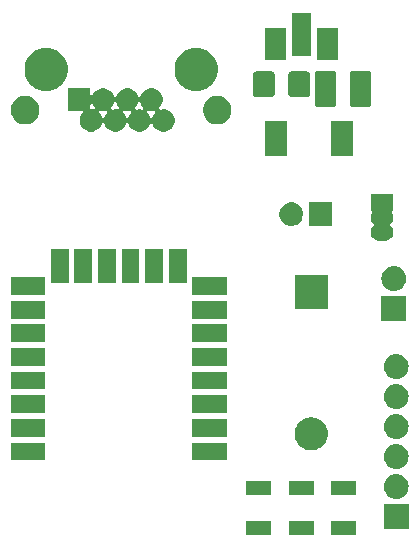
<source format=gts>
G04 #@! TF.GenerationSoftware,KiCad,Pcbnew,5.0.2-bee76a0~70~ubuntu18.04.1*
G04 #@! TF.CreationDate,2019-08-17T16:59:23+02:00*
G04 #@! TF.ProjectId,HAN_ESP_TSS721,48414e5f-4553-4505-9f54-53533732312e,rev?*
G04 #@! TF.SameCoordinates,Original*
G04 #@! TF.FileFunction,Soldermask,Top*
G04 #@! TF.FilePolarity,Negative*
%FSLAX46Y46*%
G04 Gerber Fmt 4.6, Leading zero omitted, Abs format (unit mm)*
G04 Created by KiCad (PCBNEW 5.0.2-bee76a0~70~ubuntu18.04.1) date Sat 17 Aug 2019 04:59:23 PM CEST*
%MOMM*%
%LPD*%
G01*
G04 APERTURE LIST*
%ADD10C,0.100000*%
G04 APERTURE END LIST*
D10*
G36*
X63200000Y-113400000D02*
X61100000Y-113400000D01*
X61100000Y-112200000D01*
X63200000Y-112200000D01*
X63200000Y-113400000D01*
X63200000Y-113400000D01*
G37*
G36*
X59600000Y-113400000D02*
X57500000Y-113400000D01*
X57500000Y-112200000D01*
X59600000Y-112200000D01*
X59600000Y-113400000D01*
X59600000Y-113400000D01*
G37*
G36*
X56000000Y-113400000D02*
X53900000Y-113400000D01*
X53900000Y-112200000D01*
X56000000Y-112200000D01*
X56000000Y-113400000D01*
X56000000Y-113400000D01*
G37*
G36*
X67650000Y-112850000D02*
X65550000Y-112850000D01*
X65550000Y-110750000D01*
X67650000Y-110750000D01*
X67650000Y-112850000D01*
X67650000Y-112850000D01*
G37*
G36*
X66728707Y-108217596D02*
X66805836Y-108225193D01*
X66937787Y-108265220D01*
X67003763Y-108285233D01*
X67186172Y-108382733D01*
X67346054Y-108513946D01*
X67477267Y-108673828D01*
X67574767Y-108856237D01*
X67574767Y-108856238D01*
X67634807Y-109054164D01*
X67655080Y-109260000D01*
X67634807Y-109465836D01*
X67594780Y-109597787D01*
X67574767Y-109663763D01*
X67477267Y-109846172D01*
X67346054Y-110006054D01*
X67186172Y-110137267D01*
X67003763Y-110234767D01*
X66937787Y-110254780D01*
X66805836Y-110294807D01*
X66728707Y-110302403D01*
X66651580Y-110310000D01*
X66548420Y-110310000D01*
X66471293Y-110302403D01*
X66394164Y-110294807D01*
X66262213Y-110254780D01*
X66196237Y-110234767D01*
X66013828Y-110137267D01*
X65853946Y-110006054D01*
X65722733Y-109846172D01*
X65625233Y-109663763D01*
X65605220Y-109597787D01*
X65565193Y-109465836D01*
X65544920Y-109260000D01*
X65565193Y-109054164D01*
X65625233Y-108856238D01*
X65625233Y-108856237D01*
X65722733Y-108673828D01*
X65853946Y-108513946D01*
X66013828Y-108382733D01*
X66196237Y-108285233D01*
X66262213Y-108265220D01*
X66394164Y-108225193D01*
X66471293Y-108217596D01*
X66548420Y-108210000D01*
X66651580Y-108210000D01*
X66728707Y-108217596D01*
X66728707Y-108217596D01*
G37*
G36*
X59600000Y-110000000D02*
X57500000Y-110000000D01*
X57500000Y-108800000D01*
X59600000Y-108800000D01*
X59600000Y-110000000D01*
X59600000Y-110000000D01*
G37*
G36*
X56000000Y-110000000D02*
X53900000Y-110000000D01*
X53900000Y-108800000D01*
X56000000Y-108800000D01*
X56000000Y-110000000D01*
X56000000Y-110000000D01*
G37*
G36*
X63200000Y-110000000D02*
X61100000Y-110000000D01*
X61100000Y-108800000D01*
X63200000Y-108800000D01*
X63200000Y-110000000D01*
X63200000Y-110000000D01*
G37*
G36*
X66728707Y-105677596D02*
X66805836Y-105685193D01*
X66937787Y-105725220D01*
X67003763Y-105745233D01*
X67186172Y-105842733D01*
X67346054Y-105973946D01*
X67477267Y-106133828D01*
X67574767Y-106316237D01*
X67574767Y-106316238D01*
X67634807Y-106514164D01*
X67655080Y-106720000D01*
X67634807Y-106925836D01*
X67597142Y-107050000D01*
X67574767Y-107123763D01*
X67477267Y-107306172D01*
X67346054Y-107466054D01*
X67186172Y-107597267D01*
X67003763Y-107694767D01*
X66937787Y-107714780D01*
X66805836Y-107754807D01*
X66728707Y-107762404D01*
X66651580Y-107770000D01*
X66548420Y-107770000D01*
X66471293Y-107762404D01*
X66394164Y-107754807D01*
X66262213Y-107714780D01*
X66196237Y-107694767D01*
X66013828Y-107597267D01*
X65853946Y-107466054D01*
X65722733Y-107306172D01*
X65625233Y-107123763D01*
X65602858Y-107050000D01*
X65565193Y-106925836D01*
X65544920Y-106720000D01*
X65565193Y-106514164D01*
X65625233Y-106316238D01*
X65625233Y-106316237D01*
X65722733Y-106133828D01*
X65853946Y-105973946D01*
X66013828Y-105842733D01*
X66196237Y-105745233D01*
X66262213Y-105725220D01*
X66394164Y-105685193D01*
X66471293Y-105677597D01*
X66548420Y-105670000D01*
X66651580Y-105670000D01*
X66728707Y-105677596D01*
X66728707Y-105677596D01*
G37*
G36*
X52250000Y-107050000D02*
X49350000Y-107050000D01*
X49350000Y-105550000D01*
X52250000Y-105550000D01*
X52250000Y-107050000D01*
X52250000Y-107050000D01*
G37*
G36*
X36850000Y-107050000D02*
X33950000Y-107050000D01*
X33950000Y-105550000D01*
X36850000Y-105550000D01*
X36850000Y-107050000D01*
X36850000Y-107050000D01*
G37*
G36*
X59673126Y-103426900D02*
X59808365Y-103453801D01*
X60063149Y-103559336D01*
X60114771Y-103593829D01*
X60292451Y-103712551D01*
X60487449Y-103907549D01*
X60640665Y-104136853D01*
X60746199Y-104391636D01*
X60784416Y-104583763D01*
X60800000Y-104662112D01*
X60800000Y-104937888D01*
X60746199Y-105208365D01*
X60737237Y-105230000D01*
X60640665Y-105463147D01*
X60487449Y-105692451D01*
X60292451Y-105887449D01*
X60292448Y-105887451D01*
X60063149Y-106040664D01*
X59808365Y-106146199D01*
X59673127Y-106173099D01*
X59537889Y-106200000D01*
X59262111Y-106200000D01*
X59126873Y-106173099D01*
X58991635Y-106146199D01*
X58736851Y-106040664D01*
X58507552Y-105887451D01*
X58507549Y-105887449D01*
X58312551Y-105692451D01*
X58159335Y-105463147D01*
X58062763Y-105230000D01*
X58053801Y-105208365D01*
X58000000Y-104937888D01*
X58000000Y-104662112D01*
X58015585Y-104583763D01*
X58053801Y-104391636D01*
X58159335Y-104136853D01*
X58312551Y-103907549D01*
X58507549Y-103712551D01*
X58685229Y-103593829D01*
X58736851Y-103559336D01*
X58991635Y-103453801D01*
X59126874Y-103426900D01*
X59262111Y-103400000D01*
X59537889Y-103400000D01*
X59673126Y-103426900D01*
X59673126Y-103426900D01*
G37*
G36*
X66728707Y-103137596D02*
X66805836Y-103145193D01*
X66937787Y-103185220D01*
X67003763Y-103205233D01*
X67186172Y-103302733D01*
X67346054Y-103433946D01*
X67477267Y-103593828D01*
X67574767Y-103776237D01*
X67574767Y-103776238D01*
X67634807Y-103974164D01*
X67655080Y-104180000D01*
X67634807Y-104385836D01*
X67594780Y-104517787D01*
X67574767Y-104583763D01*
X67477267Y-104766172D01*
X67346054Y-104926054D01*
X67186172Y-105057267D01*
X67003763Y-105154767D01*
X66937787Y-105174780D01*
X66805836Y-105214807D01*
X66728707Y-105222404D01*
X66651580Y-105230000D01*
X66548420Y-105230000D01*
X66471293Y-105222403D01*
X66394164Y-105214807D01*
X66262213Y-105174780D01*
X66196237Y-105154767D01*
X66013828Y-105057267D01*
X65853946Y-104926054D01*
X65722733Y-104766172D01*
X65625233Y-104583763D01*
X65605220Y-104517787D01*
X65565193Y-104385836D01*
X65544920Y-104180000D01*
X65565193Y-103974164D01*
X65625233Y-103776238D01*
X65625233Y-103776237D01*
X65722733Y-103593828D01*
X65853946Y-103433946D01*
X66013828Y-103302733D01*
X66196237Y-103205233D01*
X66262213Y-103185220D01*
X66394164Y-103145193D01*
X66471293Y-103137597D01*
X66548420Y-103130000D01*
X66651580Y-103130000D01*
X66728707Y-103137596D01*
X66728707Y-103137596D01*
G37*
G36*
X52250000Y-105050000D02*
X49350000Y-105050000D01*
X49350000Y-103550000D01*
X52250000Y-103550000D01*
X52250000Y-105050000D01*
X52250000Y-105050000D01*
G37*
G36*
X36850000Y-105050000D02*
X33950000Y-105050000D01*
X33950000Y-103550000D01*
X36850000Y-103550000D01*
X36850000Y-105050000D01*
X36850000Y-105050000D01*
G37*
G36*
X36850000Y-103050000D02*
X33950000Y-103050000D01*
X33950000Y-101550000D01*
X36850000Y-101550000D01*
X36850000Y-103050000D01*
X36850000Y-103050000D01*
G37*
G36*
X52250000Y-103050000D02*
X49350000Y-103050000D01*
X49350000Y-101550000D01*
X52250000Y-101550000D01*
X52250000Y-103050000D01*
X52250000Y-103050000D01*
G37*
G36*
X66728707Y-100597596D02*
X66805836Y-100605193D01*
X66937787Y-100645220D01*
X67003763Y-100665233D01*
X67186172Y-100762733D01*
X67346054Y-100893946D01*
X67477267Y-101053828D01*
X67574767Y-101236237D01*
X67574767Y-101236238D01*
X67634807Y-101434164D01*
X67655080Y-101640000D01*
X67634807Y-101845836D01*
X67594780Y-101977787D01*
X67574767Y-102043763D01*
X67477267Y-102226172D01*
X67346054Y-102386054D01*
X67186172Y-102517267D01*
X67003763Y-102614767D01*
X66937787Y-102634780D01*
X66805836Y-102674807D01*
X66728707Y-102682403D01*
X66651580Y-102690000D01*
X66548420Y-102690000D01*
X66471293Y-102682403D01*
X66394164Y-102674807D01*
X66262213Y-102634780D01*
X66196237Y-102614767D01*
X66013828Y-102517267D01*
X65853946Y-102386054D01*
X65722733Y-102226172D01*
X65625233Y-102043763D01*
X65605220Y-101977787D01*
X65565193Y-101845836D01*
X65544920Y-101640000D01*
X65565193Y-101434164D01*
X65625233Y-101236238D01*
X65625233Y-101236237D01*
X65722733Y-101053828D01*
X65853946Y-100893946D01*
X66013828Y-100762733D01*
X66196237Y-100665233D01*
X66262213Y-100645220D01*
X66394164Y-100605193D01*
X66471293Y-100597596D01*
X66548420Y-100590000D01*
X66651580Y-100590000D01*
X66728707Y-100597596D01*
X66728707Y-100597596D01*
G37*
G36*
X36850000Y-101050000D02*
X33950000Y-101050000D01*
X33950000Y-99550000D01*
X36850000Y-99550000D01*
X36850000Y-101050000D01*
X36850000Y-101050000D01*
G37*
G36*
X52250000Y-101050000D02*
X49350000Y-101050000D01*
X49350000Y-99550000D01*
X52250000Y-99550000D01*
X52250000Y-101050000D01*
X52250000Y-101050000D01*
G37*
G36*
X66728707Y-98057597D02*
X66805836Y-98065193D01*
X66937787Y-98105220D01*
X67003763Y-98125233D01*
X67186172Y-98222733D01*
X67346054Y-98353946D01*
X67477267Y-98513828D01*
X67574767Y-98696237D01*
X67574767Y-98696238D01*
X67634807Y-98894164D01*
X67655080Y-99100000D01*
X67634807Y-99305836D01*
X67594780Y-99437787D01*
X67574767Y-99503763D01*
X67477267Y-99686172D01*
X67346054Y-99846054D01*
X67186172Y-99977267D01*
X67003763Y-100074767D01*
X66937787Y-100094780D01*
X66805836Y-100134807D01*
X66728707Y-100142403D01*
X66651580Y-100150000D01*
X66548420Y-100150000D01*
X66471293Y-100142403D01*
X66394164Y-100134807D01*
X66262213Y-100094780D01*
X66196237Y-100074767D01*
X66013828Y-99977267D01*
X65853946Y-99846054D01*
X65722733Y-99686172D01*
X65625233Y-99503763D01*
X65605220Y-99437787D01*
X65565193Y-99305836D01*
X65544920Y-99100000D01*
X65565193Y-98894164D01*
X65625233Y-98696238D01*
X65625233Y-98696237D01*
X65722733Y-98513828D01*
X65853946Y-98353946D01*
X66013828Y-98222733D01*
X66196237Y-98125233D01*
X66262213Y-98105220D01*
X66394164Y-98065193D01*
X66471293Y-98057597D01*
X66548420Y-98050000D01*
X66651580Y-98050000D01*
X66728707Y-98057597D01*
X66728707Y-98057597D01*
G37*
G36*
X36850000Y-99050000D02*
X33950000Y-99050000D01*
X33950000Y-97550000D01*
X36850000Y-97550000D01*
X36850000Y-99050000D01*
X36850000Y-99050000D01*
G37*
G36*
X52250000Y-99050000D02*
X49350000Y-99050000D01*
X49350000Y-97550000D01*
X52250000Y-97550000D01*
X52250000Y-99050000D01*
X52250000Y-99050000D01*
G37*
G36*
X36850000Y-97050000D02*
X33950000Y-97050000D01*
X33950000Y-95550000D01*
X36850000Y-95550000D01*
X36850000Y-97050000D01*
X36850000Y-97050000D01*
G37*
G36*
X52250000Y-97050000D02*
X49350000Y-97050000D01*
X49350000Y-95550000D01*
X52250000Y-95550000D01*
X52250000Y-97050000D01*
X52250000Y-97050000D01*
G37*
G36*
X67450000Y-95250000D02*
X65350000Y-95250000D01*
X65350000Y-93150000D01*
X67450000Y-93150000D01*
X67450000Y-95250000D01*
X67450000Y-95250000D01*
G37*
G36*
X52250000Y-95050000D02*
X49350000Y-95050000D01*
X49350000Y-93550000D01*
X52250000Y-93550000D01*
X52250000Y-95050000D01*
X52250000Y-95050000D01*
G37*
G36*
X36850000Y-95050000D02*
X33950000Y-95050000D01*
X33950000Y-93550000D01*
X36850000Y-93550000D01*
X36850000Y-95050000D01*
X36850000Y-95050000D01*
G37*
G36*
X60800000Y-94200000D02*
X58000000Y-94200000D01*
X58000000Y-91400000D01*
X60800000Y-91400000D01*
X60800000Y-94200000D01*
X60800000Y-94200000D01*
G37*
G36*
X52250000Y-93050000D02*
X49350000Y-93050000D01*
X49350000Y-91550000D01*
X52250000Y-91550000D01*
X52250000Y-93050000D01*
X52250000Y-93050000D01*
G37*
G36*
X36850000Y-93050000D02*
X33950000Y-93050000D01*
X33950000Y-91550000D01*
X36850000Y-91550000D01*
X36850000Y-93050000D01*
X36850000Y-93050000D01*
G37*
G36*
X66528707Y-90617596D02*
X66605836Y-90625193D01*
X66737787Y-90665220D01*
X66803763Y-90685233D01*
X66986172Y-90782733D01*
X67146054Y-90913946D01*
X67277267Y-91073828D01*
X67374767Y-91256237D01*
X67374767Y-91256238D01*
X67434807Y-91454164D01*
X67455080Y-91660000D01*
X67434807Y-91865836D01*
X67394780Y-91997787D01*
X67374767Y-92063763D01*
X67277267Y-92246172D01*
X67146054Y-92406054D01*
X66986172Y-92537267D01*
X66803763Y-92634767D01*
X66737787Y-92654780D01*
X66605836Y-92694807D01*
X66528707Y-92702403D01*
X66451580Y-92710000D01*
X66348420Y-92710000D01*
X66271293Y-92702403D01*
X66194164Y-92694807D01*
X66062213Y-92654780D01*
X65996237Y-92634767D01*
X65813828Y-92537267D01*
X65653946Y-92406054D01*
X65522733Y-92246172D01*
X65425233Y-92063763D01*
X65405220Y-91997787D01*
X65365193Y-91865836D01*
X65344920Y-91660000D01*
X65365193Y-91454164D01*
X65425233Y-91256238D01*
X65425233Y-91256237D01*
X65522733Y-91073828D01*
X65653946Y-90913946D01*
X65813828Y-90782733D01*
X65996237Y-90685233D01*
X66062213Y-90665220D01*
X66194164Y-90625193D01*
X66271293Y-90617596D01*
X66348420Y-90610000D01*
X66451580Y-90610000D01*
X66528707Y-90617596D01*
X66528707Y-90617596D01*
G37*
G36*
X48860000Y-92050000D02*
X47360000Y-92050000D01*
X47360000Y-89150000D01*
X48860000Y-89150000D01*
X48860000Y-92050000D01*
X48860000Y-92050000D01*
G37*
G36*
X44860000Y-92050000D02*
X43360000Y-92050000D01*
X43360000Y-89150000D01*
X44860000Y-89150000D01*
X44860000Y-92050000D01*
X44860000Y-92050000D01*
G37*
G36*
X42860000Y-92050000D02*
X41360000Y-92050000D01*
X41360000Y-89150000D01*
X42860000Y-89150000D01*
X42860000Y-92050000D01*
X42860000Y-92050000D01*
G37*
G36*
X38860000Y-92050000D02*
X37360000Y-92050000D01*
X37360000Y-89150000D01*
X38860000Y-89150000D01*
X38860000Y-92050000D01*
X38860000Y-92050000D01*
G37*
G36*
X46860000Y-92050000D02*
X45360000Y-92050000D01*
X45360000Y-89150000D01*
X46860000Y-89150000D01*
X46860000Y-92050000D01*
X46860000Y-92050000D01*
G37*
G36*
X40860000Y-92050000D02*
X39360000Y-92050000D01*
X39360000Y-89150000D01*
X40860000Y-89150000D01*
X40860000Y-92050000D01*
X40860000Y-92050000D01*
G37*
G36*
X66350000Y-85926409D02*
X66339923Y-85927402D01*
X66316474Y-85934515D01*
X66294863Y-85946066D01*
X66275921Y-85961612D01*
X66260375Y-85980554D01*
X66248824Y-86002165D01*
X66241711Y-86025614D01*
X66239309Y-86050000D01*
X66241711Y-86074386D01*
X66248824Y-86097835D01*
X66254069Y-86108925D01*
X66298053Y-86191211D01*
X66298053Y-86191212D01*
X66339509Y-86327875D01*
X66353507Y-86470000D01*
X66339509Y-86612125D01*
X66320838Y-86673675D01*
X66298053Y-86748789D01*
X66230731Y-86874738D01*
X66140132Y-86985132D01*
X66111812Y-87008374D01*
X66094485Y-87025701D01*
X66080871Y-87046075D01*
X66071493Y-87068714D01*
X66066713Y-87092748D01*
X66066713Y-87117252D01*
X66071493Y-87141286D01*
X66080871Y-87163925D01*
X66094485Y-87184299D01*
X66111812Y-87201626D01*
X66140132Y-87224868D01*
X66230731Y-87335262D01*
X66298053Y-87461211D01*
X66298053Y-87461212D01*
X66339509Y-87597875D01*
X66353507Y-87740000D01*
X66339509Y-87882125D01*
X66311872Y-87973234D01*
X66298053Y-88018789D01*
X66230731Y-88144738D01*
X66140132Y-88255132D01*
X66029738Y-88345731D01*
X65903789Y-88413053D01*
X65858234Y-88426872D01*
X65767125Y-88454509D01*
X65696113Y-88461503D01*
X65660608Y-88465000D01*
X65139392Y-88465000D01*
X65103887Y-88461503D01*
X65032875Y-88454509D01*
X64941766Y-88426872D01*
X64896211Y-88413053D01*
X64770262Y-88345731D01*
X64659868Y-88255132D01*
X64569269Y-88144738D01*
X64501947Y-88018789D01*
X64488128Y-87973234D01*
X64460491Y-87882125D01*
X64446493Y-87740000D01*
X64460491Y-87597875D01*
X64501947Y-87461212D01*
X64501947Y-87461211D01*
X64569269Y-87335262D01*
X64659868Y-87224868D01*
X64688188Y-87201626D01*
X64705515Y-87184299D01*
X64719129Y-87163925D01*
X64728507Y-87141286D01*
X64733287Y-87117252D01*
X64733287Y-87092748D01*
X64728507Y-87068714D01*
X64719129Y-87046075D01*
X64705515Y-87025701D01*
X64688188Y-87008374D01*
X64659868Y-86985132D01*
X64569269Y-86874738D01*
X64501947Y-86748789D01*
X64479162Y-86673675D01*
X64460491Y-86612125D01*
X64446493Y-86470000D01*
X64460491Y-86327875D01*
X64501947Y-86191212D01*
X64501947Y-86191211D01*
X64545931Y-86108925D01*
X64555308Y-86086287D01*
X64560089Y-86062253D01*
X64560089Y-86037749D01*
X64555309Y-86013715D01*
X64545932Y-85991076D01*
X64532318Y-85970702D01*
X64514991Y-85953374D01*
X64494616Y-85939760D01*
X64471978Y-85930383D01*
X64450000Y-85926011D01*
X64450000Y-84475000D01*
X66350000Y-84475000D01*
X66350000Y-85926409D01*
X66350000Y-85926409D01*
G37*
G36*
X57875770Y-85215372D02*
X57991689Y-85238429D01*
X58173678Y-85313811D01*
X58337463Y-85423249D01*
X58476751Y-85562537D01*
X58586189Y-85726322D01*
X58661571Y-85908311D01*
X58672173Y-85961612D01*
X58699270Y-86097835D01*
X58700000Y-86101509D01*
X58700000Y-86298491D01*
X58661571Y-86491689D01*
X58586189Y-86673678D01*
X58476751Y-86837463D01*
X58337463Y-86976751D01*
X58173678Y-87086189D01*
X57991689Y-87161571D01*
X57877426Y-87184299D01*
X57798493Y-87200000D01*
X57601507Y-87200000D01*
X57522574Y-87184299D01*
X57408311Y-87161571D01*
X57226322Y-87086189D01*
X57062537Y-86976751D01*
X56923249Y-86837463D01*
X56813811Y-86673678D01*
X56738429Y-86491689D01*
X56700000Y-86298491D01*
X56700000Y-86101509D01*
X56700731Y-86097835D01*
X56727827Y-85961612D01*
X56738429Y-85908311D01*
X56813811Y-85726322D01*
X56923249Y-85562537D01*
X57062537Y-85423249D01*
X57226322Y-85313811D01*
X57408311Y-85238429D01*
X57524230Y-85215372D01*
X57601507Y-85200000D01*
X57798493Y-85200000D01*
X57875770Y-85215372D01*
X57875770Y-85215372D01*
G37*
G36*
X61200000Y-87200000D02*
X59200000Y-87200000D01*
X59200000Y-85200000D01*
X61200000Y-85200000D01*
X61200000Y-87200000D01*
X61200000Y-87200000D01*
G37*
G36*
X57380350Y-81295400D02*
X55519850Y-81295400D01*
X55519850Y-78304600D01*
X57380350Y-78304600D01*
X57380350Y-81295400D01*
X57380350Y-81295400D01*
G37*
G36*
X62930250Y-81295400D02*
X61069750Y-81295400D01*
X61069750Y-78304600D01*
X62930250Y-78304600D01*
X62930250Y-81295400D01*
X62930250Y-81295400D01*
G37*
G36*
X40700000Y-76020608D02*
X40702402Y-76044994D01*
X40709515Y-76068443D01*
X40721066Y-76090054D01*
X40736612Y-76108996D01*
X40755554Y-76124542D01*
X40777165Y-76136093D01*
X40800614Y-76143206D01*
X40825000Y-76145608D01*
X40849386Y-76143206D01*
X40872835Y-76136093D01*
X40894446Y-76124542D01*
X40913388Y-76108996D01*
X40928934Y-76090054D01*
X40940481Y-76068450D01*
X40948121Y-76050006D01*
X41052087Y-75894410D01*
X41184410Y-75762087D01*
X41340006Y-75658121D01*
X41512895Y-75586508D01*
X41650548Y-75559127D01*
X41696432Y-75550000D01*
X41883568Y-75550000D01*
X41929452Y-75559127D01*
X42067105Y-75586508D01*
X42239994Y-75658121D01*
X42395590Y-75762087D01*
X42527913Y-75894410D01*
X42631879Y-76050006D01*
X42694518Y-76201229D01*
X42706067Y-76222835D01*
X42721612Y-76241777D01*
X42740554Y-76257322D01*
X42762165Y-76268873D01*
X42785614Y-76275986D01*
X42810000Y-76278388D01*
X42834387Y-76275986D01*
X42857836Y-76268873D01*
X42879447Y-76257321D01*
X42898389Y-76241776D01*
X42913934Y-76222834D01*
X42925482Y-76201229D01*
X42988121Y-76050006D01*
X43092087Y-75894410D01*
X43224410Y-75762087D01*
X43380006Y-75658121D01*
X43552895Y-75586508D01*
X43690548Y-75559127D01*
X43736432Y-75550000D01*
X43923568Y-75550000D01*
X43969452Y-75559127D01*
X44107105Y-75586508D01*
X44279994Y-75658121D01*
X44435590Y-75762087D01*
X44567913Y-75894410D01*
X44671879Y-76050006D01*
X44734518Y-76201229D01*
X44746067Y-76222835D01*
X44761612Y-76241777D01*
X44780554Y-76257322D01*
X44802165Y-76268873D01*
X44825614Y-76275986D01*
X44850000Y-76278388D01*
X44874387Y-76275986D01*
X44897836Y-76268873D01*
X44919447Y-76257321D01*
X44938389Y-76241776D01*
X44953934Y-76222834D01*
X44965482Y-76201229D01*
X45028121Y-76050006D01*
X45132087Y-75894410D01*
X45264410Y-75762087D01*
X45420006Y-75658121D01*
X45592895Y-75586508D01*
X45730548Y-75559127D01*
X45776432Y-75550000D01*
X45963568Y-75550000D01*
X46009452Y-75559127D01*
X46147105Y-75586508D01*
X46319994Y-75658121D01*
X46475590Y-75762087D01*
X46607913Y-75894410D01*
X46711879Y-76050006D01*
X46783492Y-76222895D01*
X46820000Y-76406433D01*
X46820000Y-76593567D01*
X46783492Y-76777105D01*
X46711879Y-76949994D01*
X46607913Y-77105590D01*
X46572348Y-77141155D01*
X46556802Y-77160097D01*
X46545251Y-77181708D01*
X46538138Y-77205157D01*
X46535736Y-77229543D01*
X46538138Y-77253929D01*
X46545251Y-77277378D01*
X46556802Y-77298989D01*
X46572348Y-77317931D01*
X46591290Y-77333477D01*
X46612901Y-77345028D01*
X46636350Y-77352141D01*
X46660736Y-77354543D01*
X46685122Y-77352141D01*
X46796432Y-77330000D01*
X46983568Y-77330000D01*
X47029452Y-77339127D01*
X47167105Y-77366508D01*
X47339994Y-77438121D01*
X47495590Y-77542087D01*
X47627913Y-77674410D01*
X47731879Y-77830006D01*
X47803492Y-78002895D01*
X47840000Y-78186433D01*
X47840000Y-78373567D01*
X47803492Y-78557105D01*
X47731879Y-78729994D01*
X47627913Y-78885590D01*
X47495590Y-79017913D01*
X47339994Y-79121879D01*
X47167105Y-79193492D01*
X47029452Y-79220873D01*
X46983568Y-79230000D01*
X46796432Y-79230000D01*
X46750548Y-79220873D01*
X46612895Y-79193492D01*
X46440006Y-79121879D01*
X46284410Y-79017913D01*
X46152087Y-78885590D01*
X46048121Y-78729994D01*
X45985482Y-78578771D01*
X45973933Y-78557165D01*
X45958388Y-78538223D01*
X45939446Y-78522678D01*
X45917835Y-78511127D01*
X45894386Y-78504014D01*
X45870000Y-78501612D01*
X45845613Y-78504014D01*
X45822164Y-78511127D01*
X45800553Y-78522679D01*
X45781611Y-78538224D01*
X45766066Y-78557166D01*
X45754518Y-78578771D01*
X45691879Y-78729994D01*
X45587913Y-78885590D01*
X45455590Y-79017913D01*
X45299994Y-79121879D01*
X45127105Y-79193492D01*
X44989452Y-79220873D01*
X44943568Y-79230000D01*
X44756432Y-79230000D01*
X44710548Y-79220873D01*
X44572895Y-79193492D01*
X44400006Y-79121879D01*
X44244410Y-79017913D01*
X44112087Y-78885590D01*
X44008121Y-78729994D01*
X43945482Y-78578771D01*
X43933933Y-78557165D01*
X43918388Y-78538223D01*
X43899446Y-78522678D01*
X43877835Y-78511127D01*
X43854386Y-78504014D01*
X43830000Y-78501612D01*
X43805613Y-78504014D01*
X43782164Y-78511127D01*
X43760553Y-78522679D01*
X43741611Y-78538224D01*
X43726066Y-78557166D01*
X43714518Y-78578771D01*
X43651879Y-78729994D01*
X43547913Y-78885590D01*
X43415590Y-79017913D01*
X43259994Y-79121879D01*
X43087105Y-79193492D01*
X42949452Y-79220873D01*
X42903568Y-79230000D01*
X42716432Y-79230000D01*
X42670548Y-79220873D01*
X42532895Y-79193492D01*
X42360006Y-79121879D01*
X42204410Y-79017913D01*
X42072087Y-78885590D01*
X41968121Y-78729994D01*
X41905482Y-78578771D01*
X41893933Y-78557165D01*
X41878388Y-78538223D01*
X41859446Y-78522678D01*
X41837835Y-78511127D01*
X41814386Y-78504014D01*
X41790000Y-78501612D01*
X41765613Y-78504014D01*
X41742164Y-78511127D01*
X41720553Y-78522679D01*
X41701611Y-78538224D01*
X41686066Y-78557166D01*
X41674518Y-78578771D01*
X41611879Y-78729994D01*
X41507913Y-78885590D01*
X41375590Y-79017913D01*
X41219994Y-79121879D01*
X41047105Y-79193492D01*
X40909452Y-79220873D01*
X40863568Y-79230000D01*
X40676432Y-79230000D01*
X40630548Y-79220873D01*
X40492895Y-79193492D01*
X40320006Y-79121879D01*
X40164410Y-79017913D01*
X40032087Y-78885590D01*
X39928121Y-78729994D01*
X39856508Y-78557105D01*
X39820000Y-78373567D01*
X39820000Y-78186433D01*
X39856508Y-78002895D01*
X39928121Y-77830006D01*
X40032087Y-77674410D01*
X40043109Y-77663388D01*
X40058655Y-77644446D01*
X40070206Y-77622835D01*
X40077319Y-77599386D01*
X40079721Y-77575000D01*
X40077319Y-77550614D01*
X40077272Y-77550457D01*
X41435736Y-77550457D01*
X41438138Y-77574843D01*
X41445251Y-77598292D01*
X41456802Y-77619903D01*
X41472348Y-77638845D01*
X41507913Y-77674410D01*
X41611879Y-77830006D01*
X41674518Y-77981229D01*
X41686067Y-78002835D01*
X41701612Y-78021777D01*
X41720554Y-78037322D01*
X41742165Y-78048873D01*
X41765614Y-78055986D01*
X41790000Y-78058388D01*
X41814387Y-78055986D01*
X41837836Y-78048873D01*
X41859447Y-78037321D01*
X41878389Y-78021776D01*
X41893934Y-78002834D01*
X41905482Y-77981229D01*
X41968121Y-77830006D01*
X42072087Y-77674410D01*
X42107652Y-77638845D01*
X42123198Y-77619903D01*
X42134749Y-77598292D01*
X42141862Y-77574843D01*
X42144264Y-77550457D01*
X43475736Y-77550457D01*
X43478138Y-77574843D01*
X43485251Y-77598292D01*
X43496802Y-77619903D01*
X43512348Y-77638845D01*
X43547913Y-77674410D01*
X43651879Y-77830006D01*
X43714518Y-77981229D01*
X43726067Y-78002835D01*
X43741612Y-78021777D01*
X43760554Y-78037322D01*
X43782165Y-78048873D01*
X43805614Y-78055986D01*
X43830000Y-78058388D01*
X43854387Y-78055986D01*
X43877836Y-78048873D01*
X43899447Y-78037321D01*
X43918389Y-78021776D01*
X43933934Y-78002834D01*
X43945482Y-77981229D01*
X44008121Y-77830006D01*
X44112087Y-77674410D01*
X44147652Y-77638845D01*
X44163198Y-77619903D01*
X44174749Y-77598292D01*
X44181862Y-77574843D01*
X44184264Y-77550457D01*
X45515736Y-77550457D01*
X45518138Y-77574843D01*
X45525251Y-77598292D01*
X45536802Y-77619903D01*
X45552348Y-77638845D01*
X45587913Y-77674410D01*
X45691879Y-77830006D01*
X45754518Y-77981229D01*
X45766067Y-78002835D01*
X45781612Y-78021777D01*
X45800554Y-78037322D01*
X45822165Y-78048873D01*
X45845614Y-78055986D01*
X45870000Y-78058388D01*
X45894387Y-78055986D01*
X45917836Y-78048873D01*
X45939447Y-78037321D01*
X45958389Y-78021776D01*
X45973934Y-78002834D01*
X45985482Y-77981229D01*
X46048121Y-77830006D01*
X46152087Y-77674410D01*
X46187652Y-77638845D01*
X46203198Y-77619903D01*
X46214749Y-77598292D01*
X46221862Y-77574843D01*
X46224264Y-77550457D01*
X46221862Y-77526071D01*
X46214749Y-77502622D01*
X46203198Y-77481011D01*
X46187652Y-77462069D01*
X46168710Y-77446523D01*
X46147099Y-77434972D01*
X46123650Y-77427859D01*
X46099264Y-77425457D01*
X46074878Y-77427859D01*
X45963568Y-77450000D01*
X45776432Y-77450000D01*
X45665122Y-77427859D01*
X45640736Y-77425457D01*
X45616350Y-77427859D01*
X45592901Y-77434972D01*
X45571290Y-77446523D01*
X45552348Y-77462069D01*
X45536802Y-77481011D01*
X45525251Y-77502622D01*
X45518138Y-77526071D01*
X45515736Y-77550457D01*
X44184264Y-77550457D01*
X44181862Y-77526071D01*
X44174749Y-77502622D01*
X44163198Y-77481011D01*
X44147652Y-77462069D01*
X44128710Y-77446523D01*
X44107099Y-77434972D01*
X44083650Y-77427859D01*
X44059264Y-77425457D01*
X44034878Y-77427859D01*
X43923568Y-77450000D01*
X43736432Y-77450000D01*
X43625122Y-77427859D01*
X43600736Y-77425457D01*
X43576350Y-77427859D01*
X43552901Y-77434972D01*
X43531290Y-77446523D01*
X43512348Y-77462069D01*
X43496802Y-77481011D01*
X43485251Y-77502622D01*
X43478138Y-77526071D01*
X43475736Y-77550457D01*
X42144264Y-77550457D01*
X42141862Y-77526071D01*
X42134749Y-77502622D01*
X42123198Y-77481011D01*
X42107652Y-77462069D01*
X42088710Y-77446523D01*
X42067099Y-77434972D01*
X42043650Y-77427859D01*
X42019264Y-77425457D01*
X41994878Y-77427859D01*
X41883568Y-77450000D01*
X41696432Y-77450000D01*
X41585122Y-77427859D01*
X41560736Y-77425457D01*
X41536350Y-77427859D01*
X41512901Y-77434972D01*
X41491290Y-77446523D01*
X41472348Y-77462069D01*
X41456802Y-77481011D01*
X41445251Y-77502622D01*
X41438138Y-77526071D01*
X41435736Y-77550457D01*
X40077272Y-77550457D01*
X40070206Y-77527165D01*
X40058655Y-77505554D01*
X40043109Y-77486612D01*
X40024167Y-77471066D01*
X40002556Y-77459515D01*
X39979107Y-77452402D01*
X39954721Y-77450000D01*
X38800000Y-77450000D01*
X38800000Y-76979392D01*
X40700000Y-76979392D01*
X40700000Y-77205000D01*
X40702402Y-77229386D01*
X40709515Y-77252835D01*
X40721066Y-77274446D01*
X40736612Y-77293388D01*
X40755554Y-77308934D01*
X40777165Y-77320485D01*
X40800614Y-77327598D01*
X40825000Y-77330000D01*
X40863568Y-77330000D01*
X40974878Y-77352141D01*
X40999264Y-77354543D01*
X41023650Y-77352141D01*
X41047099Y-77345028D01*
X41068710Y-77333477D01*
X41087652Y-77317931D01*
X41103198Y-77298989D01*
X41114749Y-77277378D01*
X41121862Y-77253929D01*
X41124264Y-77229543D01*
X42455736Y-77229543D01*
X42458138Y-77253929D01*
X42465251Y-77277378D01*
X42476802Y-77298989D01*
X42492348Y-77317931D01*
X42511290Y-77333477D01*
X42532901Y-77345028D01*
X42556350Y-77352141D01*
X42580736Y-77354543D01*
X42605122Y-77352141D01*
X42716432Y-77330000D01*
X42903568Y-77330000D01*
X43014878Y-77352141D01*
X43039264Y-77354543D01*
X43063650Y-77352141D01*
X43087099Y-77345028D01*
X43108710Y-77333477D01*
X43127652Y-77317931D01*
X43143198Y-77298989D01*
X43154749Y-77277378D01*
X43161862Y-77253929D01*
X43164264Y-77229543D01*
X44495736Y-77229543D01*
X44498138Y-77253929D01*
X44505251Y-77277378D01*
X44516802Y-77298989D01*
X44532348Y-77317931D01*
X44551290Y-77333477D01*
X44572901Y-77345028D01*
X44596350Y-77352141D01*
X44620736Y-77354543D01*
X44645122Y-77352141D01*
X44756432Y-77330000D01*
X44943568Y-77330000D01*
X45054878Y-77352141D01*
X45079264Y-77354543D01*
X45103650Y-77352141D01*
X45127099Y-77345028D01*
X45148710Y-77333477D01*
X45167652Y-77317931D01*
X45183198Y-77298989D01*
X45194749Y-77277378D01*
X45201862Y-77253929D01*
X45204264Y-77229543D01*
X45201862Y-77205157D01*
X45194749Y-77181708D01*
X45183198Y-77160097D01*
X45167652Y-77141155D01*
X45132087Y-77105590D01*
X45028121Y-76949994D01*
X44965482Y-76798771D01*
X44953933Y-76777165D01*
X44938388Y-76758223D01*
X44919446Y-76742678D01*
X44897835Y-76731127D01*
X44874386Y-76724014D01*
X44850000Y-76721612D01*
X44825613Y-76724014D01*
X44802164Y-76731127D01*
X44780553Y-76742679D01*
X44761611Y-76758224D01*
X44746066Y-76777166D01*
X44734518Y-76798771D01*
X44671879Y-76949994D01*
X44567913Y-77105590D01*
X44532348Y-77141155D01*
X44516802Y-77160097D01*
X44505251Y-77181708D01*
X44498138Y-77205157D01*
X44495736Y-77229543D01*
X43164264Y-77229543D01*
X43161862Y-77205157D01*
X43154749Y-77181708D01*
X43143198Y-77160097D01*
X43127652Y-77141155D01*
X43092087Y-77105590D01*
X42988121Y-76949994D01*
X42925482Y-76798771D01*
X42913933Y-76777165D01*
X42898388Y-76758223D01*
X42879446Y-76742678D01*
X42857835Y-76731127D01*
X42834386Y-76724014D01*
X42810000Y-76721612D01*
X42785613Y-76724014D01*
X42762164Y-76731127D01*
X42740553Y-76742679D01*
X42721611Y-76758224D01*
X42706066Y-76777166D01*
X42694518Y-76798771D01*
X42631879Y-76949994D01*
X42527913Y-77105590D01*
X42492348Y-77141155D01*
X42476802Y-77160097D01*
X42465251Y-77181708D01*
X42458138Y-77205157D01*
X42455736Y-77229543D01*
X41124264Y-77229543D01*
X41121862Y-77205157D01*
X41114749Y-77181708D01*
X41103198Y-77160097D01*
X41087652Y-77141155D01*
X41052087Y-77105590D01*
X40948121Y-76949994D01*
X40940481Y-76931550D01*
X40928934Y-76909946D01*
X40913389Y-76891004D01*
X40894447Y-76875459D01*
X40872836Y-76863907D01*
X40849387Y-76856794D01*
X40825000Y-76854392D01*
X40800614Y-76856794D01*
X40777165Y-76863907D01*
X40755554Y-76875458D01*
X40736612Y-76891003D01*
X40721067Y-76909945D01*
X40709515Y-76931556D01*
X40702402Y-76955005D01*
X40700000Y-76979392D01*
X38800000Y-76979392D01*
X38800000Y-75550000D01*
X40700000Y-75550000D01*
X40700000Y-76020608D01*
X40700000Y-76020608D01*
G37*
G36*
X51790026Y-76236115D02*
X52008412Y-76326573D01*
X52204958Y-76457901D01*
X52372099Y-76625042D01*
X52503427Y-76821588D01*
X52593885Y-77039974D01*
X52640000Y-77271809D01*
X52640000Y-77508191D01*
X52593885Y-77740026D01*
X52503427Y-77958412D01*
X52372099Y-78154958D01*
X52204958Y-78322099D01*
X52008412Y-78453427D01*
X51790026Y-78543885D01*
X51558191Y-78590000D01*
X51321809Y-78590000D01*
X51089974Y-78543885D01*
X50871588Y-78453427D01*
X50675042Y-78322099D01*
X50507901Y-78154958D01*
X50376573Y-77958412D01*
X50286115Y-77740026D01*
X50240000Y-77508191D01*
X50240000Y-77271809D01*
X50286115Y-77039974D01*
X50376573Y-76821588D01*
X50507901Y-76625042D01*
X50675042Y-76457901D01*
X50871588Y-76326573D01*
X51089974Y-76236115D01*
X51321809Y-76190000D01*
X51558191Y-76190000D01*
X51790026Y-76236115D01*
X51790026Y-76236115D01*
G37*
G36*
X35530026Y-76236115D02*
X35748412Y-76326573D01*
X35944958Y-76457901D01*
X36112099Y-76625042D01*
X36243427Y-76821588D01*
X36333885Y-77039974D01*
X36380000Y-77271809D01*
X36380000Y-77508191D01*
X36333885Y-77740026D01*
X36243427Y-77958412D01*
X36112099Y-78154958D01*
X35944958Y-78322099D01*
X35748412Y-78453427D01*
X35530026Y-78543885D01*
X35298191Y-78590000D01*
X35061809Y-78590000D01*
X34829974Y-78543885D01*
X34611588Y-78453427D01*
X34415042Y-78322099D01*
X34247901Y-78154958D01*
X34116573Y-77958412D01*
X34026115Y-77740026D01*
X33980000Y-77508191D01*
X33980000Y-77271809D01*
X34026115Y-77039974D01*
X34116573Y-76821588D01*
X34247901Y-76625042D01*
X34415042Y-76457901D01*
X34611588Y-76326573D01*
X34829974Y-76236115D01*
X35061809Y-76190000D01*
X35298191Y-76190000D01*
X35530026Y-76236115D01*
X35530026Y-76236115D01*
G37*
G36*
X61319982Y-74080186D02*
X61364704Y-74093753D01*
X61405933Y-74115790D01*
X61442061Y-74145439D01*
X61471710Y-74181567D01*
X61493747Y-74222796D01*
X61507314Y-74267518D01*
X61512500Y-74320175D01*
X61512500Y-76879825D01*
X61507314Y-76932482D01*
X61493747Y-76977204D01*
X61471710Y-77018433D01*
X61442061Y-77054561D01*
X61405933Y-77084210D01*
X61364704Y-77106247D01*
X61319982Y-77119814D01*
X61267325Y-77125000D01*
X59932675Y-77125000D01*
X59880018Y-77119814D01*
X59835296Y-77106247D01*
X59794067Y-77084210D01*
X59757939Y-77054561D01*
X59728290Y-77018433D01*
X59706253Y-76977204D01*
X59692686Y-76932482D01*
X59687500Y-76879825D01*
X59687500Y-74320175D01*
X59692686Y-74267518D01*
X59706253Y-74222796D01*
X59728290Y-74181567D01*
X59757939Y-74145439D01*
X59794067Y-74115790D01*
X59835296Y-74093753D01*
X59880018Y-74080186D01*
X59932675Y-74075000D01*
X61267325Y-74075000D01*
X61319982Y-74080186D01*
X61319982Y-74080186D01*
G37*
G36*
X64294982Y-74080186D02*
X64339704Y-74093753D01*
X64380933Y-74115790D01*
X64417061Y-74145439D01*
X64446710Y-74181567D01*
X64468747Y-74222796D01*
X64482314Y-74267518D01*
X64487500Y-74320175D01*
X64487500Y-76879825D01*
X64482314Y-76932482D01*
X64468747Y-76977204D01*
X64446710Y-77018433D01*
X64417061Y-77054561D01*
X64380933Y-77084210D01*
X64339704Y-77106247D01*
X64294982Y-77119814D01*
X64242325Y-77125000D01*
X62907675Y-77125000D01*
X62855018Y-77119814D01*
X62810296Y-77106247D01*
X62769067Y-77084210D01*
X62732939Y-77054561D01*
X62703290Y-77018433D01*
X62681253Y-76977204D01*
X62667686Y-76932482D01*
X62662500Y-76879825D01*
X62662500Y-74320175D01*
X62667686Y-74267518D01*
X62681253Y-74222796D01*
X62703290Y-74181567D01*
X62732939Y-74145439D01*
X62769067Y-74115790D01*
X62810296Y-74093753D01*
X62855018Y-74080186D01*
X62907675Y-74075000D01*
X64242325Y-74075000D01*
X64294982Y-74080186D01*
X64294982Y-74080186D01*
G37*
G36*
X59094982Y-74130186D02*
X59139704Y-74143753D01*
X59180933Y-74165790D01*
X59217061Y-74195439D01*
X59246710Y-74231567D01*
X59268747Y-74272796D01*
X59282314Y-74317518D01*
X59287500Y-74370175D01*
X59287500Y-76029825D01*
X59282314Y-76082482D01*
X59268747Y-76127204D01*
X59246710Y-76168433D01*
X59217061Y-76204561D01*
X59180933Y-76234210D01*
X59139704Y-76256247D01*
X59094982Y-76269814D01*
X59042325Y-76275000D01*
X57707675Y-76275000D01*
X57655018Y-76269814D01*
X57610296Y-76256247D01*
X57569067Y-76234210D01*
X57532939Y-76204561D01*
X57503290Y-76168433D01*
X57481253Y-76127204D01*
X57467686Y-76082482D01*
X57462500Y-76029825D01*
X57462500Y-74370175D01*
X57467686Y-74317518D01*
X57481253Y-74272796D01*
X57503290Y-74231567D01*
X57532939Y-74195439D01*
X57569067Y-74165790D01*
X57610296Y-74143753D01*
X57655018Y-74130186D01*
X57707675Y-74125000D01*
X59042325Y-74125000D01*
X59094982Y-74130186D01*
X59094982Y-74130186D01*
G37*
G36*
X56119982Y-74130186D02*
X56164704Y-74143753D01*
X56205933Y-74165790D01*
X56242061Y-74195439D01*
X56271710Y-74231567D01*
X56293747Y-74272796D01*
X56307314Y-74317518D01*
X56312500Y-74370175D01*
X56312500Y-76029825D01*
X56307314Y-76082482D01*
X56293747Y-76127204D01*
X56271710Y-76168433D01*
X56242061Y-76204561D01*
X56205933Y-76234210D01*
X56164704Y-76256247D01*
X56119982Y-76269814D01*
X56067325Y-76275000D01*
X54732675Y-76275000D01*
X54680018Y-76269814D01*
X54635296Y-76256247D01*
X54594067Y-76234210D01*
X54557939Y-76204561D01*
X54528290Y-76168433D01*
X54506253Y-76127204D01*
X54492686Y-76082482D01*
X54487500Y-76029825D01*
X54487500Y-74370175D01*
X54492686Y-74317518D01*
X54506253Y-74272796D01*
X54528290Y-74231567D01*
X54557939Y-74195439D01*
X54594067Y-74165790D01*
X54635296Y-74143753D01*
X54680018Y-74130186D01*
X54732675Y-74125000D01*
X56067325Y-74125000D01*
X56119982Y-74130186D01*
X56119982Y-74130186D01*
G37*
G36*
X50016040Y-72170067D02*
X50192333Y-72205134D01*
X50524461Y-72342706D01*
X50821079Y-72540900D01*
X50823372Y-72542432D01*
X51077568Y-72796628D01*
X51077570Y-72796631D01*
X51277294Y-73095539D01*
X51414866Y-73427667D01*
X51414866Y-73427668D01*
X51485000Y-73780252D01*
X51485000Y-74139748D01*
X51466736Y-74231567D01*
X51414866Y-74492333D01*
X51277294Y-74824461D01*
X51078915Y-75121356D01*
X51077568Y-75123372D01*
X50823372Y-75377568D01*
X50823369Y-75377570D01*
X50524461Y-75577294D01*
X50192333Y-75714866D01*
X50016040Y-75749933D01*
X49839748Y-75785000D01*
X49480252Y-75785000D01*
X49303960Y-75749933D01*
X49127667Y-75714866D01*
X48795539Y-75577294D01*
X48496631Y-75377570D01*
X48496628Y-75377568D01*
X48242432Y-75123372D01*
X48241085Y-75121356D01*
X48042706Y-74824461D01*
X47905134Y-74492333D01*
X47853264Y-74231567D01*
X47835000Y-74139748D01*
X47835000Y-73780252D01*
X47905134Y-73427668D01*
X47905134Y-73427667D01*
X48042706Y-73095539D01*
X48242430Y-72796631D01*
X48242432Y-72796628D01*
X48496628Y-72542432D01*
X48498921Y-72540900D01*
X48795539Y-72342706D01*
X49127667Y-72205134D01*
X49303960Y-72170067D01*
X49480252Y-72135000D01*
X49839748Y-72135000D01*
X50016040Y-72170067D01*
X50016040Y-72170067D01*
G37*
G36*
X37316040Y-72170067D02*
X37492333Y-72205134D01*
X37824461Y-72342706D01*
X38121079Y-72540900D01*
X38123372Y-72542432D01*
X38377568Y-72796628D01*
X38377570Y-72796631D01*
X38577294Y-73095539D01*
X38714866Y-73427667D01*
X38714866Y-73427668D01*
X38785000Y-73780252D01*
X38785000Y-74139748D01*
X38766736Y-74231567D01*
X38714866Y-74492333D01*
X38577294Y-74824461D01*
X38378915Y-75121356D01*
X38377568Y-75123372D01*
X38123372Y-75377568D01*
X38123369Y-75377570D01*
X37824461Y-75577294D01*
X37492333Y-75714866D01*
X37316040Y-75749933D01*
X37139748Y-75785000D01*
X36780252Y-75785000D01*
X36603960Y-75749933D01*
X36427667Y-75714866D01*
X36095539Y-75577294D01*
X35796631Y-75377570D01*
X35796628Y-75377568D01*
X35542432Y-75123372D01*
X35541085Y-75121356D01*
X35342706Y-74824461D01*
X35205134Y-74492333D01*
X35153264Y-74231567D01*
X35135000Y-74139748D01*
X35135000Y-73780252D01*
X35205134Y-73427668D01*
X35205134Y-73427667D01*
X35342706Y-73095539D01*
X35542430Y-72796631D01*
X35542432Y-72796628D01*
X35796628Y-72542432D01*
X35798921Y-72540900D01*
X36095539Y-72342706D01*
X36427667Y-72205134D01*
X36603960Y-72170067D01*
X36780252Y-72135000D01*
X37139748Y-72135000D01*
X37316040Y-72170067D01*
X37316040Y-72170067D01*
G37*
G36*
X57288700Y-73190900D02*
X55491700Y-73190900D01*
X55491700Y-70409100D01*
X57288700Y-70409100D01*
X57288700Y-73190900D01*
X57288700Y-73190900D01*
G37*
G36*
X61708300Y-73190900D02*
X59911300Y-73190900D01*
X59911300Y-70409100D01*
X61708300Y-70409100D01*
X61708300Y-73190900D01*
X61708300Y-73190900D01*
G37*
G36*
X59400000Y-72800000D02*
X57800000Y-72800000D01*
X57800000Y-69200000D01*
X59400000Y-69200000D01*
X59400000Y-72800000D01*
X59400000Y-72800000D01*
G37*
M02*

</source>
